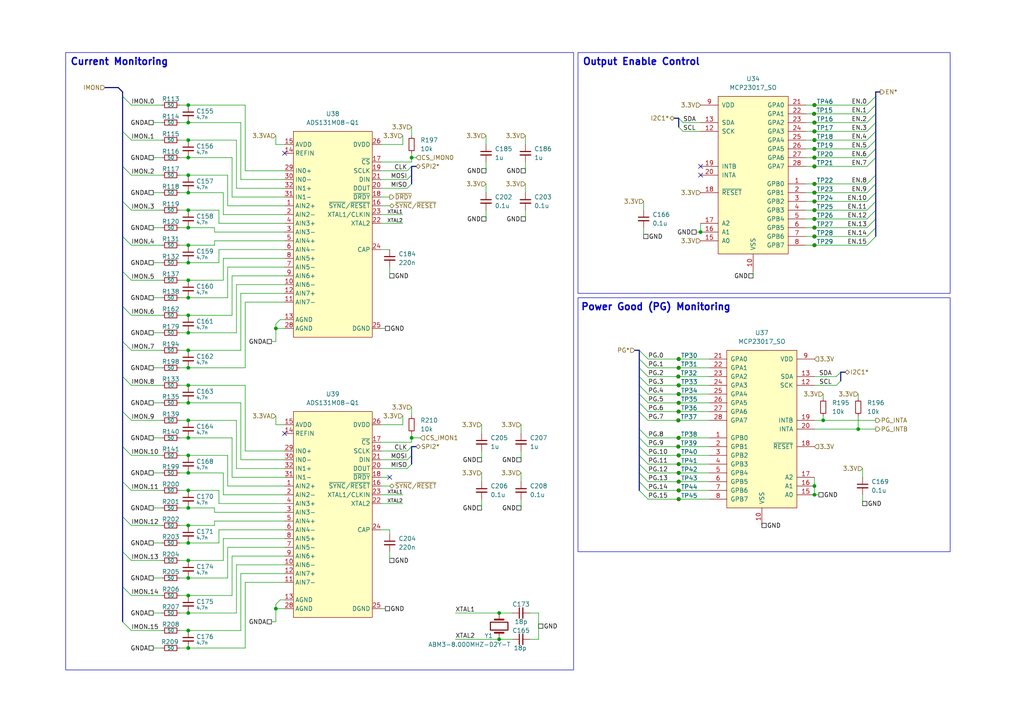
<source format=kicad_sch>
(kicad_sch (version 20250114) (generator "eeschema") (generator_version "9.0")
  (paper "A4")
  (rectangle (start 19.05 15.24) (end 166.37 194.31))
  (rectangle (start 167.64 15.24) (end 275.59 85.09))
  (rectangle (start 167.64 86.36) (end 275.59 160.02))
  (text "Power Good (PG) Monitoring" (at 168.402 89.154 0) (effects (font (size 2 2) (bold yes)) (justify left)))
  (text "Output Enable Control" (at 168.91 18.034 0) (effects (font (size 2 2) (bold yes)) (justify left)))
  (text "Current Monitoring" (at 20.32 18.034 0) (effects (font (size 2 2) (bold yes)) (justify left)))
  (junction (at 54.61 106.68))
  (junction (at 54.61 71.12))
  (junction (at 54.61 127))
  (junction (at 80.01 176.53))
  (junction (at 196.7417 109.22))
  (junction (at 54.61 157.48))
  (junction (at 196.85 104.14))
  (junction (at 196.85 139.7))
  (junction (at 54.61 162.56))
  (junction (at 54.61 177.8))
  (junction (at 203.2 67.31))
  (junction (at 196.85 114.3))
  (junction (at 236.22 55.88))
  (junction (at 54.61 121.92))
  (junction (at 54.61 116.84))
  (junction (at 236.22 140.97))
  (junction (at 196.85 134.62))
  (junction (at 54.61 66.04))
  (junction (at 236.22 45.72))
  (junction (at 54.61 111.76))
  (junction (at 54.61 76.2))
  (junction (at 54.61 55.88))
  (junction (at 236.22 66.04))
  (junction (at 236.22 35.56))
  (junction (at 54.61 45.72))
  (junction (at 196.85 111.76))
  (junction (at 248.92 124.46))
  (junction (at 196.7417 121.92))
  (junction (at 54.61 60.96))
  (junction (at 196.85 144.78))
  (junction (at 196.85 106.68))
  (junction (at 144.78 177.8))
  (junction (at 80.01 95.25))
  (junction (at 236.22 30.48))
  (junction (at 54.61 187.96))
  (junction (at 119.38 127))
  (junction (at 54.61 91.44))
  (junction (at 236.1179 33.02))
  (junction (at 54.61 142.24))
  (junction (at 54.61 96.52))
  (junction (at 119.38 45.72))
  (junction (at 54.61 30.48))
  (junction (at 54.61 81.28))
  (junction (at 236.22 58.42))
  (junction (at 236.22 48.26))
  (junction (at 54.61 50.8))
  (junction (at 54.61 35.56))
  (junction (at 236.22 40.64))
  (junction (at 196.8228 127))
  (junction (at 236.22 71.12))
  (junction (at 236.22 68.58))
  (junction (at 236.22 63.5))
  (junction (at 238.76 121.92))
  (junction (at 54.61 132.08))
  (junction (at 196.85 116.84))
  (junction (at 54.61 86.36))
  (junction (at 54.61 137.16))
  (junction (at 196.85 132.08))
  (junction (at 196.8228 119.38))
  (junction (at 54.61 172.72))
  (junction (at 236.22 143.51))
  (junction (at 236.22 60.96))
  (junction (at 196.85 137.16))
  (junction (at 236.22 38.1))
  (junction (at 54.61 152.4))
  (junction (at 144.78 185.42))
  (junction (at 54.61 40.64))
  (junction (at 196.7417 129.54))
  (junction (at 54.61 182.88))
  (junction (at 54.61 147.32))
  (junction (at 236.22 53.34))
  (junction (at 54.61 167.64))
  (junction (at 196.85 142.24))
  (junction (at 236.22 43.18))
  (junction (at 54.61 101.6))
  (no_connect (at 113.03 138.43))
  (no_connect (at 82.55 125.73))
  (no_connect (at 203.2 48.26))
  (no_connect (at 82.55 44.45))
  (no_connect (at 203.2 50.8))
  (bus_entry (at 35.56 88.9) (size 2.54 2.54))
  (bus_entry (at 35.56 180.34) (size 2.54 2.54))
  (bus_entry (at 119.38 132.08) (size -1.27 1.27))
  (bus_entry (at 185.42 132.08) (size 2.54 2.54))
  (bus_entry (at 196.85 36.83) (size 1.27 1.27))
  (bus_entry (at 35.56 109.22) (size 2.54 2.54))
  (bus_entry (at 254 40.64) (size -2.54 2.54))
  (bus_entry (at 35.56 170.18) (size 2.54 2.54))
  (bus_entry (at 254 35.56) (size -2.54 2.54))
  (bus_entry (at 119.38 134.62) (size -1.27 1.27))
  (bus_entry (at 35.56 27.94) (size 2.54 2.54))
  (bus_entry (at 35.56 48.26) (size 2.54 2.54))
  (bus_entry (at 35.56 68.58) (size 2.54 2.54))
  (bus_entry (at 185.42 134.62) (size 2.54 2.54))
  (bus_entry (at 254 58.42) (size -2.54 2.54))
  (bus_entry (at 254 45.72) (size -2.54 2.54))
  (bus_entry (at 35.56 119.38) (size 2.54 2.54))
  (bus_entry (at 35.56 160.02) (size 2.54 2.54))
  (bus_entry (at 35.56 58.42) (size 2.54 2.54))
  (bus_entry (at 243.84 107.95) (size -1.27 1.27))
  (bus_entry (at 185.42 119.38) (size 2.54 2.54))
  (bus_entry (at 185.42 129.54) (size 2.54 2.54))
  (bus_entry (at 35.56 149.86) (size 2.54 2.54))
  (bus_entry (at 254 63.5) (size -2.54 2.54))
  (bus_entry (at 185.42 111.76) (size 2.54 2.54))
  (bus_entry (at 254 68.58) (size -2.54 2.54))
  (bus_entry (at 254 53.34) (size -2.54 2.54))
  (bus_entry (at 35.56 78.74) (size 2.54 2.54))
  (bus_entry (at 185.42 106.68) (size 2.54 2.54))
  (bus_entry (at 185.42 142.24) (size 2.54 2.54))
  (bus_entry (at 254 33.02) (size -2.54 2.54))
  (bus_entry (at 119.38 50.8) (size -1.27 1.27))
  (bus_entry (at 254 38.1) (size -2.54 2.54))
  (bus_entry (at 35.56 99.06) (size 2.54 2.54))
  (bus_entry (at 254 55.88) (size -2.54 2.54))
  (bus_entry (at 119.38 53.34) (size -1.27 1.27))
  (bus_entry (at 35.56 139.7) (size 2.54 2.54))
  (bus_entry (at 119.38 129.54) (size -1.27 1.27))
  (bus_entry (at 35.56 38.1) (size 2.54 2.54))
  (bus_entry (at 254 30.48) (size -2.54 2.54))
  (bus_entry (at 185.42 116.84) (size 2.54 2.54))
  (bus_entry (at 35.56 129.54) (size 2.54 2.54))
  (bus_entry (at 185.42 137.16) (size 2.54 2.54))
  (bus_entry (at 196.85 34.29) (size 1.27 1.27))
  (bus_entry (at 185.42 104.14) (size 2.54 2.54))
  (bus_entry (at 119.38 48.26) (size -1.27 1.27))
  (bus_entry (at 254 66.04) (size -2.54 2.54))
  (bus_entry (at 254 27.94) (size -2.54 2.54))
  (bus_entry (at 185.42 139.7) (size 2.54 2.54))
  (bus_entry (at 254 43.18) (size -2.54 2.54))
  (bus_entry (at 185.42 101.6) (size 2.54 2.54))
  (bus_entry (at 185.42 109.22) (size 2.54 2.54))
  (bus_entry (at 254 50.8) (size -2.54 2.54))
  (bus_entry (at 254 60.96) (size -2.54 2.54))
  (bus_entry (at 185.42 124.46) (size 2.54 2.54))
  (bus_entry (at 243.84 110.49) (size -1.27 1.27))
  (bus_entry (at 185.42 127) (size 2.54 2.54))
  (bus_entry (at 185.42 114.3) (size 2.54 2.54))
  (wire (pts (xy 119.38 127) (xy 121.92 127)))
  (bus (pts (xy 185.42 132.08) (xy 185.42 134.62)))
  (wire (pts (xy 68.58 82.55) (xy 82.55 82.55)))
  (bus (pts (xy 254 50.8) (xy 254 45.72)))
  (wire (pts (xy 110.49 135.89) (xy 118.11 135.89)))
  (wire (pts (xy 69.85 101.6) (xy 54.61 101.6)))
  (wire (pts (xy 119.38 125.73) (xy 119.38 127)))
  (wire (pts (xy 38.1 152.4) (xy 46.99 152.4)))
  (bus (pts (xy 185.42 134.62) (xy 185.42 137.16)))
  (wire (pts (xy 38.1 60.96) (xy 46.99 60.96)))
  (wire (pts (xy 52.07 111.76) (xy 54.61 111.76)))
  (wire (pts (xy 78.74 99.06) (xy 80.01 99.06)))
  (wire (pts (xy 52.07 50.8) (xy 54.61 50.8)))
  (wire (pts (xy 187.96 119.38) (xy 196.8228 119.38)))
  (wire (pts (xy 196.85 144.78) (xy 205.74 144.78)))
  (wire (pts (xy 44.45 177.8) (xy 46.99 177.8)))
  (wire (pts (xy 66.04 50.8) (xy 66.04 59.69)))
  (wire (pts (xy 69.85 85.09) (xy 82.55 85.09)))
  (wire (pts (xy 63.5 146.05) (xy 82.55 146.05)))
  (wire (pts (xy 196.85 104.14) (xy 205.74 104.14)))
  (wire (pts (xy 71.12 87.63) (xy 82.55 87.63)))
  (wire (pts (xy 67.31 45.72) (xy 54.61 45.72)))
  (wire (pts (xy 186.69 66.04) (xy 186.69 68.58)))
  (wire (pts (xy 119.38 44.45) (xy 119.38 45.72)))
  (bus (pts (xy 254 43.18) (xy 254 40.64)))
  (wire (pts (xy 54.61 177.8) (xy 52.07 177.8)))
  (wire (pts (xy 71.12 87.63) (xy 71.12 106.68)))
  (wire (pts (xy 110.49 153.67) (xy 113.03 153.67)))
  (wire (pts (xy 62.23 67.31) (xy 82.55 67.31)))
  (wire (pts (xy 218.44 80.01) (xy 218.44 78.74)))
  (wire (pts (xy 116.84 39.37) (xy 116.84 41.91)))
  (wire (pts (xy 54.61 182.88) (xy 52.07 182.88)))
  (wire (pts (xy 110.49 46.99) (xy 119.38 46.99)))
  (wire (pts (xy 44.45 116.84) (xy 46.99 116.84)))
  (wire (pts (xy 151.13 123.19) (xy 151.13 125.73)))
  (wire (pts (xy 236.22 66.04) (xy 251.46 66.04)))
  (wire (pts (xy 52.07 172.72) (xy 54.61 172.72)))
  (wire (pts (xy 66.04 77.47) (xy 82.55 77.47)))
  (wire (pts (xy 236.22 143.51) (xy 237.49 143.51)))
  (wire (pts (xy 67.31 80.01) (xy 82.55 80.01)))
  (wire (pts (xy 68.58 96.52) (xy 54.61 96.52)))
  (wire (pts (xy 250.19 143.51) (xy 250.19 146.05)))
  (wire (pts (xy 144.78 177.8) (xy 148.59 177.8)))
  (bus (pts (xy 254 30.48) (xy 254 27.94)))
  (wire (pts (xy 54.61 60.96) (xy 63.5 60.96)))
  (bus (pts (xy 35.56 88.9) (xy 35.56 99.06)))
  (wire (pts (xy 187.96 132.08) (xy 196.85 132.08)))
  (wire (pts (xy 54.61 187.96) (xy 52.07 187.96)))
  (wire (pts (xy 187.96 127) (xy 196.8228 127)))
  (wire (pts (xy 71.12 49.53) (xy 71.12 30.48)))
  (wire (pts (xy 113.03 77.47) (xy 113.03 80.01)))
  (wire (pts (xy 64.77 55.88) (xy 64.77 62.23)))
  (wire (pts (xy 62.23 152.4) (xy 54.61 152.4)))
  (wire (pts (xy 238.76 114.3) (xy 238.76 115.57)))
  (wire (pts (xy 38.1 111.76) (xy 46.99 111.76)))
  (wire (pts (xy 186.69 58.42) (xy 186.69 60.96)))
  (wire (pts (xy 64.77 162.56) (xy 54.61 162.56)))
  (wire (pts (xy 38.1 91.44) (xy 46.99 91.44)))
  (wire (pts (xy 52.07 116.84) (xy 54.61 116.84)))
  (bus (pts (xy 185.42 101.6) (xy 185.42 104.14)))
  (wire (pts (xy 52.07 167.64) (xy 54.61 167.64)))
  (wire (pts (xy 44.45 147.32) (xy 46.99 147.32)))
  (bus (pts (xy 254 58.42) (xy 254 55.88)))
  (wire (pts (xy 82.55 72.39) (xy 63.5 72.39)))
  (wire (pts (xy 80.01 175.26) (xy 80.01 176.53)))
  (wire (pts (xy 52.07 76.2) (xy 54.61 76.2)))
  (wire (pts (xy 52.07 157.48) (xy 54.61 157.48)))
  (bus (pts (xy 254 53.34) (xy 254 50.8)))
  (wire (pts (xy 196.7417 121.92) (xy 205.74 121.92)))
  (wire (pts (xy 68.58 163.83) (xy 68.58 177.8)))
  (wire (pts (xy 63.5 64.77) (xy 82.55 64.77)))
  (wire (pts (xy 62.23 69.85) (xy 82.55 69.85)))
  (wire (pts (xy 139.7 137.16) (xy 139.7 139.7)))
  (wire (pts (xy 67.31 161.29) (xy 67.31 172.72)))
  (wire (pts (xy 187.96 106.68) (xy 196.85 106.68)))
  (bus (pts (xy 185.42 127) (xy 185.42 129.54)))
  (wire (pts (xy 54.61 66.04) (xy 62.23 66.04)))
  (bus (pts (xy 254 27.94) (xy 254 26.67)))
  (wire (pts (xy 110.49 123.19) (xy 116.84 123.19)))
  (wire (pts (xy 236.22 63.5) (xy 251.46 63.5)))
  (wire (pts (xy 140.97 60.96) (xy 140.97 63.5)))
  (wire (pts (xy 140.97 46.99) (xy 140.97 49.53)))
  (bus (pts (xy 185.42 114.3) (xy 185.42 116.84)))
  (wire (pts (xy 248.92 114.3) (xy 248.92 115.57)))
  (wire (pts (xy 52.07 142.24) (xy 54.61 142.24)))
  (wire (pts (xy 54.61 96.52) (xy 52.07 96.52)))
  (wire (pts (xy 110.49 41.91) (xy 116.84 41.91)))
  (wire (pts (xy 66.04 158.75) (xy 66.04 167.64)))
  (wire (pts (xy 80.01 180.34) (xy 80.01 176.53)))
  (wire (pts (xy 69.85 182.88) (xy 54.61 182.88)))
  (wire (pts (xy 64.77 55.88) (xy 54.61 55.88)))
  (wire (pts (xy 64.77 81.28) (xy 54.61 81.28)))
  (wire (pts (xy 38.1 81.28) (xy 46.99 81.28)))
  (wire (pts (xy 233.68 55.88) (xy 236.22 55.88)))
  (wire (pts (xy 52.07 162.56) (xy 54.61 162.56)))
  (wire (pts (xy 187.96 121.92) (xy 196.7417 121.92)))
  (wire (pts (xy 52.07 55.88) (xy 54.61 55.88)))
  (bus (pts (xy 185.42 111.76) (xy 185.42 114.3)))
  (wire (pts (xy 233.68 35.56) (xy 236.22 35.56)))
  (wire (pts (xy 238.76 121.92) (xy 254 121.92)))
  (wire (pts (xy 68.58 54.61) (xy 68.58 40.64)))
  (wire (pts (xy 80.01 123.19) (xy 82.55 123.19)))
  (wire (pts (xy 250.19 135.89) (xy 250.19 138.43)))
  (wire (pts (xy 71.12 168.91) (xy 71.12 187.96)))
  (wire (pts (xy 54.61 172.72) (xy 67.31 172.72)))
  (wire (pts (xy 139.7 123.19) (xy 139.7 125.73)))
  (bus (pts (xy 184.15 101.6) (xy 185.42 101.6)))
  (bus (pts (xy 254 33.02) (xy 254 30.48)))
  (wire (pts (xy 62.23 147.32) (xy 62.23 148.59)))
  (wire (pts (xy 62.23 151.13) (xy 62.23 152.4)))
  (wire (pts (xy 54.61 142.24) (xy 63.5 142.24)))
  (wire (pts (xy 110.49 57.15) (xy 113.03 57.15)))
  (wire (pts (xy 54.61 187.96) (xy 71.12 187.96)))
  (wire (pts (xy 38.1 101.6) (xy 46.99 101.6)))
  (wire (pts (xy 52.07 132.08) (xy 54.61 132.08)))
  (wire (pts (xy 69.85 166.37) (xy 82.55 166.37)))
  (bus (pts (xy 119.38 134.62) (xy 119.38 132.08)))
  (wire (pts (xy 54.61 101.6) (xy 52.07 101.6)))
  (wire (pts (xy 236.22 109.22) (xy 242.57 109.22)))
  (wire (pts (xy 110.49 133.35) (xy 118.11 133.35)))
  (wire (pts (xy 62.23 148.59) (xy 82.55 148.59)))
  (wire (pts (xy 113.03 154.94) (xy 113.03 153.67)))
  (wire (pts (xy 152.4 60.96) (xy 152.4 63.5)))
  (bus (pts (xy 35.56 27.94) (xy 35.56 38.1)))
  (wire (pts (xy 44.45 106.68) (xy 46.99 106.68)))
  (wire (pts (xy 110.49 140.97) (xy 113.03 140.97)))
  (wire (pts (xy 236.22 111.76) (xy 242.57 111.76)))
  (wire (pts (xy 80.01 41.91) (xy 82.55 41.91)))
  (wire (pts (xy 110.49 95.25) (xy 111.76 95.25)))
  (wire (pts (xy 44.45 127) (xy 46.99 127)))
  (wire (pts (xy 233.68 45.72) (xy 236.22 45.72)))
  (bus (pts (xy 119.38 132.08) (xy 119.38 129.54)))
  (bus (pts (xy 195.58 34.29) (xy 196.85 34.29)))
  (bus (pts (xy 185.42 116.84) (xy 185.42 119.38)))
  (bus (pts (xy 35.56 129.54) (xy 35.56 139.7)))
  (bus (pts (xy 35.56 119.38) (xy 35.56 129.54)))
  (wire (pts (xy 82.55 153.67) (xy 63.5 153.67)))
  (bus (pts (xy 185.42 137.16) (xy 185.42 139.7)))
  (wire (pts (xy 248.92 124.46) (xy 254 124.46)))
  (wire (pts (xy 52.07 66.04) (xy 54.61 66.04)))
  (wire (pts (xy 236.22 58.42) (xy 251.46 58.42)))
  (wire (pts (xy 62.23 151.13) (xy 82.55 151.13)))
  (wire (pts (xy 196.85 137.16) (xy 205.74 137.16)))
  (wire (pts (xy 38.1 182.88) (xy 46.99 182.88)))
  (wire (pts (xy 71.12 106.68) (xy 54.61 106.68)))
  (wire (pts (xy 38.1 162.56) (xy 46.99 162.56)))
  (wire (pts (xy 44.45 96.52) (xy 46.99 96.52)))
  (bus (pts (xy 35.56 149.86) (xy 35.56 160.02)))
  (bus (pts (xy 119.38 53.34) (xy 119.38 50.8)))
  (wire (pts (xy 82.55 130.81) (xy 71.12 130.81)))
  (wire (pts (xy 198.12 38.1) (xy 203.2 38.1)))
  (wire (pts (xy 236.22 38.1) (xy 251.46 38.1)))
  (wire (pts (xy 233.68 30.48) (xy 236.22 30.48)))
  (wire (pts (xy 54.61 111.76) (xy 71.12 111.76)))
  (wire (pts (xy 236.22 30.48) (xy 251.46 30.48)))
  (wire (pts (xy 52.07 71.12) (xy 54.61 71.12)))
  (wire (pts (xy 52.07 91.44) (xy 54.61 91.44)))
  (wire (pts (xy 151.13 144.78) (xy 151.13 147.32)))
  (wire (pts (xy 82.55 135.89) (xy 68.58 135.89)))
  (bus (pts (xy 254 26.67) (xy 255.27 26.67)))
  (wire (pts (xy 64.77 137.16) (xy 64.77 143.51)))
  (wire (pts (xy 152.4 39.37) (xy 152.4 41.91)))
  (wire (pts (xy 110.49 176.53) (xy 111.76 176.53)))
  (wire (pts (xy 82.55 52.07) (xy 69.85 52.07)))
  (wire (pts (xy 52.07 45.72) (xy 54.61 45.72)))
  (wire (pts (xy 236.22 138.43) (xy 236.22 140.97)))
  (bus (pts (xy 119.38 129.54) (xy 120.65 129.54)))
  (wire (pts (xy 151.13 130.81) (xy 151.13 133.35)))
  (wire (pts (xy 236.22 43.18) (xy 251.46 43.18)))
  (wire (pts (xy 63.5 142.24) (xy 63.5 146.05)))
  (wire (pts (xy 68.58 163.83) (xy 82.55 163.83)))
  (wire (pts (xy 66.04 132.08) (xy 54.61 132.08)))
  (wire (pts (xy 44.45 137.16) (xy 46.99 137.16)))
  (wire (pts (xy 233.68 53.34) (xy 236.22 53.34)))
  (wire (pts (xy 80.01 120.65) (xy 80.01 123.19)))
  (wire (pts (xy 82.55 49.53) (xy 71.12 49.53)))
  (wire (pts (xy 38.1 40.64) (xy 46.99 40.64)))
  (wire (pts (xy 66.04 86.36) (xy 54.61 86.36)))
  (wire (pts (xy 196.85 139.7) (xy 205.74 139.7)))
  (wire (pts (xy 52.07 127) (xy 54.61 127)))
  (wire (pts (xy 67.31 80.01) (xy 67.31 91.44)))
  (wire (pts (xy 119.38 127) (xy 119.38 128.27)))
  (wire (pts (xy 151.13 137.16) (xy 151.13 139.7)))
  (wire (pts (xy 236.22 60.96) (xy 251.46 60.96)))
  (wire (pts (xy 153.67 177.8) (xy 156.21 177.8)))
  (wire (pts (xy 233.68 71.12) (xy 236.22 71.12)))
  (wire (pts (xy 82.55 133.35) (xy 69.85 133.35)))
  (bus (pts (xy 185.42 106.68) (xy 185.42 109.22)))
  (bus (pts (xy 35.56 38.1) (xy 35.56 48.26)))
  (bus (pts (xy 254 35.56) (xy 254 33.02)))
  (bus (pts (xy 35.56 99.06) (xy 35.56 109.22)))
  (wire (pts (xy 110.49 64.77) (xy 116.84 64.77)))
  (wire (pts (xy 233.68 43.18) (xy 236.22 43.18)))
  (wire (pts (xy 68.58 82.55) (xy 68.58 96.52)))
  (wire (pts (xy 64.77 137.16) (xy 54.61 137.16)))
  (bus (pts (xy 35.56 160.02) (xy 35.56 170.18)))
  (bus (pts (xy 185.42 109.22) (xy 185.42 111.76)))
  (bus (pts (xy 35.56 26.67) (xy 35.56 27.94)))
  (wire (pts (xy 52.07 60.96) (xy 54.61 60.96)))
  (wire (pts (xy 110.49 52.07) (xy 118.11 52.07)))
  (wire (pts (xy 139.7 144.78) (xy 139.7 147.32)))
  (wire (pts (xy 248.92 120.65) (xy 248.92 124.46)))
  (wire (pts (xy 110.49 72.39) (xy 113.03 72.39)))
  (wire (pts (xy 196.85 106.68) (xy 205.74 106.68)))
  (wire (pts (xy 187.96 114.3) (xy 196.85 114.3)))
  (bus (pts (xy 254 60.96) (xy 254 58.42)))
  (wire (pts (xy 80.01 176.53) (xy 82.55 176.53)))
  (wire (pts (xy 38.1 30.48) (xy 46.99 30.48)))
  (wire (pts (xy 196.85 134.62) (xy 205.74 134.62)))
  (wire (pts (xy 187.96 134.62) (xy 196.85 134.62)))
  (wire (pts (xy 110.49 128.27) (xy 119.38 128.27)))
  (wire (pts (xy 62.23 71.12) (xy 54.61 71.12)))
  (wire (pts (xy 68.58 177.8) (xy 54.61 177.8)))
  (wire (pts (xy 132.08 185.42) (xy 144.78 185.42)))
  (wire (pts (xy 238.76 120.65) (xy 238.76 121.92)))
  (wire (pts (xy 236.1179 33.02) (xy 251.46 33.02)))
  (wire (pts (xy 52.07 35.56) (xy 54.61 35.56)))
  (wire (pts (xy 44.45 86.36) (xy 46.99 86.36)))
  (wire (pts (xy 236.22 124.46) (xy 248.92 124.46)))
  (wire (pts (xy 69.85 85.09) (xy 69.85 101.6)))
  (bus (pts (xy 243.84 107.95) (xy 243.84 110.49)))
  (wire (pts (xy 52.07 121.92) (xy 54.61 121.92)))
  (wire (pts (xy 233.68 68.58) (xy 236.22 68.58)))
  (wire (pts (xy 54.61 30.48) (xy 71.12 30.48)))
  (wire (pts (xy 187.96 144.78) (xy 196.85 144.78)))
  (wire (pts (xy 63.5 60.96) (xy 63.5 64.77)))
  (wire (pts (xy 38.1 142.24) (xy 46.99 142.24)))
  (wire (pts (xy 64.77 156.21) (xy 64.77 162.56)))
  (wire (pts (xy 110.49 146.05) (xy 116.84 146.05)))
  (wire (pts (xy 81.28 92.71) (xy 80.01 93.98)))
  (wire (pts (xy 187.96 142.24) (xy 196.85 142.24)))
  (wire (pts (xy 236.22 68.58) (xy 251.46 68.58)))
  (wire (pts (xy 236.22 140.97) (xy 236.22 143.51)))
  (bus (pts (xy 185.42 124.46) (xy 185.42 127)))
  (wire (pts (xy 187.96 137.16) (xy 196.85 137.16)))
  (wire (pts (xy 38.1 121.92) (xy 46.99 121.92)))
  (wire (pts (xy 44.45 187.96) (xy 46.99 187.96)))
  (wire (pts (xy 38.1 50.8) (xy 46.99 50.8)))
  (wire (pts (xy 68.58 135.89) (xy 68.58 121.92)))
  (wire (pts (xy 68.58 121.92) (xy 54.61 121.92)))
  (wire (pts (xy 66.04 59.69) (xy 82.55 59.69)))
  (wire (pts (xy 80.01 95.25) (xy 82.55 95.25)))
  (wire (pts (xy 113.03 160.02) (xy 113.03 162.56)))
  (wire (pts (xy 52.07 137.16) (xy 54.61 137.16)))
  (wire (pts (xy 233.68 48.26) (xy 236.22 48.26)))
  (wire (pts (xy 44.45 55.88) (xy 46.99 55.88)))
  (wire (pts (xy 52.07 30.48) (xy 54.61 30.48)))
  (wire (pts (xy 52.07 81.28) (xy 54.61 81.28)))
  (bus (pts (xy 30.48 25.4) (xy 34.29 25.4)))
  (wire (pts (xy 81.28 173.99) (xy 80.01 175.26)))
  (wire (pts (xy 119.38 36.83) (xy 119.38 39.37)))
  (wire (pts (xy 63.5 157.48) (xy 54.61 157.48)))
  (wire (pts (xy 82.55 54.61) (xy 68.58 54.61)))
  (wire (pts (xy 110.49 130.81) (xy 118.11 130.81)))
  (wire (pts (xy 63.5 153.67) (xy 63.5 157.48)))
  (wire (pts (xy 64.77 156.21) (xy 82.55 156.21)))
  (wire (pts (xy 233.68 33.02) (xy 236.1179 33.02)))
  (wire (pts (xy 140.97 53.34) (xy 140.97 55.88)))
  (wire (pts (xy 196.8228 127) (xy 205.74 127)))
  (wire (pts (xy 68.58 40.64) (xy 54.61 40.64)))
  (wire (pts (xy 236.22 121.92) (xy 238.76 121.92)))
  (wire (pts (xy 187.96 104.14) (xy 196.85 104.14)))
  (wire (pts (xy 187.96 116.84) (xy 196.85 116.84)))
  (wire (pts (xy 187.96 109.22) (xy 196.7417 109.22)))
  (bus (pts (xy 254 66.04) (xy 254 63.5)))
  (wire (pts (xy 66.04 140.97) (xy 82.55 140.97)))
  (wire (pts (xy 44.45 45.72) (xy 46.99 45.72)))
  (wire (pts (xy 152.4 53.34) (xy 152.4 55.88)))
  (bus (pts (xy 254 45.72) (xy 254 43.18)))
  (wire (pts (xy 64.77 74.93) (xy 82.55 74.93)))
  (bus (pts (xy 35.56 139.7) (xy 35.56 149.86)))
  (wire (pts (xy 110.49 54.61) (xy 118.11 54.61)))
  (wire (pts (xy 233.68 66.04) (xy 236.22 66.04)))
  (wire (pts (xy 187.96 129.54) (xy 196.7417 129.54)))
  (bus (pts (xy 185.42 119.38) (xy 185.42 124.46)))
  (wire (pts (xy 198.12 35.56) (xy 203.2 35.56)))
  (wire (pts (xy 187.96 139.7) (xy 196.85 139.7)))
  (wire (pts (xy 203.2 64.77) (xy 203.2 67.31)))
  (wire (pts (xy 236.22 35.56) (xy 251.46 35.56)))
  (wire (pts (xy 66.04 50.8) (xy 54.61 50.8)))
  (wire (pts (xy 196.7417 129.54) (xy 205.74 129.54)))
  (bus (pts (xy 254 40.64) (xy 254 38.1)))
  (wire (pts (xy 44.45 167.64) (xy 46.99 167.64)))
  (wire (pts (xy 67.31 138.43) (xy 82.55 138.43)))
  (wire (pts (xy 196.85 111.76) (xy 205.74 111.76)))
  (wire (pts (xy 64.77 143.51) (xy 82.55 143.51)))
  (wire (pts (xy 236.22 53.34) (xy 251.46 53.34)))
  (wire (pts (xy 54.61 116.84) (xy 69.85 116.84)))
  (wire (pts (xy 119.38 118.11) (xy 119.38 120.65)))
  (wire (pts (xy 144.78 185.42) (xy 148.59 185.42)))
  (bus (pts (xy 119.38 50.8) (xy 119.38 48.26)))
  (wire (pts (xy 67.31 161.29) (xy 82.55 161.29)))
  (wire (pts (xy 110.49 59.69) (xy 113.03 59.69)))
  (bus (pts (xy 34.29 25.4) (xy 35.56 26.67)))
  (wire (pts (xy 196.7417 109.22) (xy 205.74 109.22)))
  (bus (pts (xy 35.56 170.18) (xy 35.56 180.34)))
  (bus (pts (xy 35.56 58.42) (xy 35.56 68.58)))
  (bus (pts (xy 254 55.88) (xy 254 53.34)))
  (wire (pts (xy 187.96 111.76) (xy 196.85 111.76)))
  (bus (pts (xy 185.42 104.14) (xy 185.42 106.68)))
  (wire (pts (xy 110.49 143.51) (xy 116.84 143.51)))
  (wire (pts (xy 78.74 180.34) (xy 80.01 180.34)))
  (wire (pts (xy 80.01 39.37) (xy 80.01 41.91)))
  (bus (pts (xy 196.85 34.29) (xy 196.85 36.83)))
  (wire (pts (xy 196.85 114.3) (xy 205.74 114.3)))
  (wire (pts (xy 71.12 130.81) (xy 71.12 111.76)))
  (wire (pts (xy 119.38 45.72) (xy 119.38 46.99)))
  (wire (pts (xy 119.38 45.72) (xy 120.65 45.72)))
  (wire (pts (xy 82.55 173.99) (xy 81.28 173.99)))
  (wire (pts (xy 66.04 132.08) (xy 66.04 140.97)))
  (wire (pts (xy 71.12 168.91) (xy 82.55 168.91)))
  (wire (pts (xy 196.8228 119.38) (xy 205.74 119.38)))
  (bus (pts (xy 35.56 68.58) (xy 35.56 78.74)))
  (wire (pts (xy 67.31 127) (xy 67.31 138.43)))
  (bus (pts (xy 254 68.58) (xy 254 66.04)))
  (wire (pts (xy 54.61 91.44) (xy 67.31 91.44)))
  (wire (pts (xy 69.85 52.07) (xy 69.85 35.56)))
  (wire (pts (xy 69.85 166.37) (xy 69.85 182.88)))
  (wire (pts (xy 66.04 167.64) (xy 54.61 167.64)))
  (wire (pts (xy 110.49 49.53) (xy 118.11 49.53)))
  (bus (pts (xy 243.84 107.95) (xy 245.11 107.95)))
  (wire (pts (xy 63.5 72.39) (xy 63.5 76.2)))
  (bus (pts (xy 185.42 129.54) (xy 185.42 132.08)))
  (wire (pts (xy 236.22 40.64) (xy 251.46 40.64)))
  (wire (pts (xy 52.07 147.32) (xy 54.61 147.32)))
  (wire (pts (xy 44.45 35.56) (xy 46.99 35.56)))
  (wire (pts (xy 63.5 76.2) (xy 54.61 76.2)))
  (wire (pts (xy 62.23 69.85) (xy 62.23 71.12)))
  (wire (pts (xy 54.61 35.56) (xy 69.85 35.56)))
  (wire (pts (xy 62.23 66.04) (xy 62.23 67.31)))
  (wire (pts (xy 233.68 63.5) (xy 236.22 63.5)))
  (wire (pts (xy 196.85 142.24) (xy 205.74 142.24)))
  (wire (pts (xy 196.85 132.08) (xy 205.74 132.08)))
  (wire (pts (xy 201.93 67.31) (xy 203.2 67.31)))
  (wire (pts (xy 67.31 127) (xy 54.61 127)))
  (bus (pts (xy 185.42 139.7) (xy 185.42 142.24)))
  (wire (pts (xy 38.1 132.08) (xy 46.99 132.08)))
  (wire (pts (xy 80.01 99.06) (xy 80.01 95.25)))
  (wire (pts (xy 140.97 39.37) (xy 140.97 41.91)))
  (wire (pts (xy 196.85 116.84) (xy 205.74 116.84)))
  (wire (pts (xy 80.01 93.98) (xy 80.01 95.25)))
  (bus (pts (xy 35.56 48.26) (xy 35.56 58.42)))
  (wire (pts (xy 236.22 71.12) (xy 251.46 71.12)))
  (wire (pts (xy 44.45 66.04) (xy 46.99 66.04)))
  (wire (pts (xy 110.49 62.23) (xy 116.84 62.23)))
  (wire (pts (xy 132.08 177.8) (xy 144.78 177.8)))
  (wire (pts (xy 38.1 172.72) (xy 46.99 172.72)))
  (wire (pts (xy 38.1 71.12) (xy 46.99 71.12)))
  (wire (pts (xy 66.04 77.47) (xy 66.04 86.36)))
  (wire (pts (xy 233.68 60.96) (xy 236.22 60.96)))
  (wire (pts (xy 54.61 147.32) (xy 62.23 147.32)))
  (wire (pts (xy 44.45 76.2) (xy 46.99 76.2)))
  (wire (pts (xy 67.31 45.72) (xy 67.31 57.15)))
  (bus (pts (xy 119.38 48.26) (xy 120.65 48.26)))
  (wire (pts (xy 66.04 158.75) (xy 82.55 158.75)))
  (wire (pts (xy 152.4 46.99) (xy 152.4 49.53)))
  (wire (pts (xy 54.61 106.68) (xy 52.07 106.68)))
  (wire (pts (xy 156.21 177.8) (xy 156.21 185.42)))
  (wire (pts (xy 233.68 40.64) (xy 236.22 40.64)))
  (wire (pts (xy 52.07 40.64) (xy 54.61 40.64)))
  (wire (pts (xy 153.67 185.42) (xy 156.21 185.42)))
  (bus (pts (xy 35.56 109.22) (xy 35.56 119.38)))
  (wire (pts (xy 52.07 152.4) (xy 54.61 152.4)))
  (bus (pts (xy 35.56 78.74) (xy 35.56 88.9)))
  (wire (pts (xy 236.22 48.26) (xy 251.46 48.26)))
  (wire (pts (xy 44.45 157.48) (xy 46.99 157.48)))
  (wire (pts (xy 52.07 86.36) (xy 54.61 86.36)))
  (bus (pts (xy 254 63.5) (xy 254 60.96)))
  (wire (pts (xy 236.22 55.88) (xy 251.46 55.88)))
  (wire (pts (xy 82.55 92.71) (xy 81.28 92.71)))
  (wire (pts (xy 116.84 120.65) (xy 116.84 123.19)))
  (wire (pts (xy 233.68 58.42) (xy 236.22 58.42)))
  (bus (pts (xy 254 38.1) (xy 254 35.56)))
  (wire (pts (xy 64.77 62.23) (xy 82.55 62.23)))
  (wire (pts (xy 233.68 38.1) (xy 236.22 38.1)))
  (wire (pts (xy 69.85 133.35) (xy 69.85 116.84)))
  (wire (pts (xy 64.77 74.93) (xy 64.77 81.28)))
  (wire (pts (xy 236.22 45.72) (xy 251.46 45.72)))
  (wire (pts (xy 139.7 130.81) (xy 139.7 133.35)))
  (wire (pts (xy 67.31 57.15) (xy 82.55 57.15)))
  (wire (pts (xy 110.49 138.43) (xy 113.03 138.43)))
  (label "PG.2" (at 187.96 109.22 0))
  (label "MOSI" (at 118.11 133.35 180))
  (label "IMON.1" (at 38.1 40.64 0))
  (label "SDA" (at 241.3 109.22 180))
  (label "EN.13" (at 251.46 66.04 180))
  (label "CLK" (at 118.11 130.81 180))
  (label "IMON.10" (at 38.1 132.08 0))
  (label "PG.10" (at 187.96 132.08 0))
  (label "CLK" (at 118.11 49.53 180))
  (label "EN.4" (at 251.46 40.64 180))
  (label "PG.3" (at 187.96 111.76 0))
  (label "EN.2" (at 251.46 35.56 180))
  (label "IMON.5" (at 38.1 81.28 0))
  (label "PG.5" (at 187.96 116.84 0))
  (label "IMON.13" (at 38.1 162.56 0))
  (label "IMON.0" (at 38.1 30.48 0))
  (label "XTAL1" (at 116.84 143.51 180) (effects (font (size 1 1))))
  (label "IMON.14" (at 38.1 172.72 0))
  (label "IMON.6" (at 38.1 91.44 0))
  (label "EN.3" (at 251.46 38.1 180))
  (label "EN.5" (at 251.46 43.18 180))
  (label "EN.12" (at 251.46 63.5 180))
  (label "EN.11" (at 251.46 60.96 180))
  (label "IMON.4" (at 38.1 71.12 0))
  (label "EN.1" (at 251.46 33.02 180))
  (label "MOSI" (at 118.11 52.07 180))
  (label "EN.0" (at 251.46 30.48 180))
  (label "PG.0" (at 187.96 104.14 0))
  (label "PG.4" (at 187.96 114.3 0))
  (label "EN.9" (at 251.46 55.88 180))
  (label "SDA" (at 198.12 35.56 0))
  (label "MISO" (at 118.11 54.61 180))
  (label "PG.14" (at 187.96 142.24 0))
  (label "IMON.12" (at 38.1 152.4 0))
  (label "EN.8" (at 251.46 53.34 180))
  (label "EN.6" (at 251.46 45.72 180))
  (label "EN.7" (at 251.46 48.26 180))
  (label "IMON.7" (at 38.1 101.6 0))
  (label "PG.15" (at 187.96 144.78 0))
  (label "IMON.15" (at 38.1 182.88 0))
  (label "IMON.11" (at 38.1 142.24 0))
  (label "SCL" (at 241.3 111.76 180))
  (label "IMON.2" (at 38.1 50.8 0))
  (label "EN.15" (at 251.46 71.12 180))
  (label "XTAL2" (at 116.84 64.77 180) (effects (font (size 1 1))))
  (label "PG.13" (at 187.96 139.7 0))
  (label "PG.6" (at 187.96 119.38 0))
  (label "PG.8" (at 187.96 127 0))
  (label "IMON.3" (at 38.1 60.96 0))
  (label "MISO" (at 118.11 135.89 180))
  (label "XTAL1" (at 132.08 177.8 0))
  (label "PG.12" (at 187.96 137.16 0))
  (label "PG.1" (at 187.96 106.68 0))
  (label "PG.9" (at 187.96 129.54 0))
  (label "EN.10" (at 251.46 58.42 180))
  (label "SCL" (at 198.12 38.1 0))
  (label "IMON.8" (at 38.1 111.76 0))
  (label "PG.7" (at 187.96 121.92 0))
  (label "XTAL1" (at 116.84 62.23 180) (effects (font (size 1 1))))
  (label "IMON.9" (at 38.1 121.92 0))
  (label "XTAL2" (at 132.08 185.42 0))
  (label "EN.14" (at 251.46 68.58 180))
  (label "XTAL2" (at 116.84 146.05 180) (effects (font (size 1 1))))
  (label "PG.11" (at 187.96 134.62 0))
  (hierarchical_label "3.3V" (shape input) (at 248.92 114.3 180))
  (hierarchical_label "GNDA" (shape passive) (at 44.45 55.88 180))
  (hierarchical_label "PG_INTB" (shape output) (at 254 124.46 0))
  (hierarchical_label "GND" (shape passive) (at 218.44 80.01 180))
  (hierarchical_label "3.3V" (shape input) (at 203.2 30.48 180))
  (hierarchical_label "3.3V" (shape input) (at 140.97 39.37 180))
  (hierarchical_label "3.3V" (shape input) (at 236.22 104.14 0))
  (hierarchical_label "SPI2*" (shape bidirectional) (at 120.65 48.26 0))
  (hierarchical_label "GND" (shape passive) (at 113.03 162.56 0))
  (hierarchical_label "GND" (shape passive) (at 111.76 95.25 0))
  (hierarchical_label "GND" (shape passive) (at 152.4 49.53 180))
  (hierarchical_label "3.3VA" (shape input) (at 80.01 39.37 180))
  (hierarchical_label "3.3V" (shape input) (at 116.84 120.65 180))
  (hierarchical_label "3.3V" (shape input) (at 203.2 69.85 180))
  (hierarchical_label "3.3V" (shape input) (at 151.13 137.16 180))
  (hierarchical_label "GNDA" (shape passive) (at 44.45 45.72 180))
  (hierarchical_label "GNDA" (shape passive) (at 44.45 157.48 180))
  (hierarchical_label "3.3V" (shape input) (at 140.97 53.34 180))
  (hierarchical_label "EN*" (shape output) (at 255.27 26.67 0))
  (hierarchical_label "GND" (shape passive) (at 250.19 146.05 0))
  (hierarchical_label "3.3V" (shape input) (at 250.19 135.89 180))
  (hierarchical_label "GNDA" (shape passive) (at 78.74 180.34 180))
  (hierarchical_label "GND" (shape passive) (at 151.13 133.35 180))
  (hierarchical_label "3.3V" (shape input) (at 151.13 123.19 180))
  (hierarchical_label "GND" (shape passive) (at 201.93 67.31 180))
  (hierarchical_label "GNDA" (shape passive) (at 44.45 96.52 180))
  (hierarchical_label "3.3V" (shape input) (at 203.2 55.88 180))
  (hierarchical_label "IMON" (shape input) (at 30.48 25.4 180))
  (hierarchical_label "GNDA" (shape passive) (at 44.45 187.96 180))
  (hierarchical_label "GNDA" (shape passive) (at 44.45 116.84 180))
  (hierarchical_label "3.3VA" (shape input) (at 80.01 120.65 180))
  (hierarchical_label "3.3V" (shape input) (at 116.84 39.37 180))
  (hierarchical_label "GNDA" (shape passive) (at 44.45 177.8 180))
  (hierarchical_label "GNDA" (shape passive) (at 44.45 76.2 180))
  (hierarchical_label "3.3V" (shape input) (at 152.4 53.34 180))
  (hierarchical_label "GNDA" (shape passive) (at 44.45 106.68 180))
  (hierarchical_label "GND" (shape passive) (at 156.21 181.61 0))
  (hierarchical_label "GNDA" (shape passive) (at 44.45 137.16 180))
  (hierarchical_label "3.3V" (shape input) (at 119.38 118.11 180))
  (hierarchical_label "GND" (shape passive) (at 139.7 147.32 180))
  (hierarchical_label "~{DRDY}" (shape output) (at 113.03 57.15 0))
  (hierarchical_label "GND" (shape passive) (at 140.97 63.5 180))
  (hierarchical_label "GNDA" (shape passive) (at 44.45 86.36 180))
  (hierarchical_label "GND" (shape passive) (at 220.98 152.4 0))
  (hierarchical_label "I2C1*" (shape bidirectional) (at 245.11 107.95 0))
  (hierarchical_label "3.3V" (shape input) (at 119.38 36.83 180))
  (hierarchical_label "GND" (shape passive) (at 151.13 147.32 180))
  (hierarchical_label "3.3V" (shape input) (at 139.7 137.16 180))
  (hierarchical_label "CS_IMON0" (shape input) (at 120.65 45.72 0))
  (hierarchical_label "3.3V" (shape input) (at 236.22 129.54 0))
  (hierarchical_label "~{SYNC}{slash}~{RESET}" (shape bidirectional) (at 113.03 59.69 0))
  (hierarchical_label "GND" (shape passive) (at 111.76 176.53 0))
  (hierarchical_label "SPI2*" (shape bidirectional) (at 120.65 129.54 0))
  (hierarchical_label "I2C1*" (shape bidirectional) (at 195.58 34.29 180))
  (hierarchical_label "GND" (shape passive) (at 113.03 80.01 0))
  (hierarchical_label "GND" (shape passive) (at 186.69 68.58 0))
  (hierarchical_label "GNDA" (shape passive) (at 44.45 127 180))
  (hierarchical_label "PG_INTA" (shape output) (at 254 121.92 0))
  (hierarchical_label "GNDA" (shape passive) (at 44.45 66.04 180))
  (hierarchical_label "GNDA" (shape passive) (at 44.45 147.32 180))
  (hierarchical_label "GNDA" (shape passive) (at 44.45 35.56 180))
  (hierarchical_label "GNDA" (shape passive) (at 78.74 99.06 180))
  (hierarchical_label "GND" (shape passive) (at 152.4 63.5 180))
  (hierarchical_label "CS_IMON1" (shape input) (at 121.92 127 0))
  (hierarchical_label "GND" (shape passive) (at 140.97 49.53 180))
  (hierarchical_label "GND" (shape passive) (at 139.7 133.35 180))
  (hierarchical_label "3.3V" (shape input) (at 186.69 58.42 180))
  (hierarchical_label "GND" (shape passive) (at 237.49 143.51 0))
  (hierarchical_label "3.3V" (shape input) (at 139.7 123.19 180))
  (hierarchical_label "3.3V" (shape input) (at 152.4 39.37 180))
  (hierarchical_label "~{SYNC}{slash}~{RESET}" (shape bidirectional) (at 113.03 140.97 0))
  (hierarchical_label "PG*" (shape input) (at 184.15 101.6 180))
  (hierarchical_label "GNDA" (shape passive) (at 44.45 167.64 180))
  (hierarchical_label "3.3V" (shape input) (at 238.76 114.3 180))
  (symbol (lib_id "Device:C_Small") (at 151.13 185.42 90) (unit 1)
    (property "Reference" "C165" (at 151.13 182.88 90))
    (property "Value" "18p" (at 150.876 187.96 90))
    (property "Footprint" "Capacitor_SMD:C_0603_1608Metric" (effects (hide yes)))
    (property "Description" "Unpolarized capacitor, small symbol" (effects (hide yes)))
  )
  (symbol (lib_id "Device:R_Small") (at 49.53 187.96 90) (unit 1)
    (property "Reference" "R209" (at 49.276 186.182 90))
    (property "Value" "50" (at 49.53 187.96 90) (effects (font (size 1 1))))
    (property "Footprint" "Resistor_SMD:R_0603_1608Metric" (effects (hide yes)))
    (property "Description" "Resistor, small symbol" (effects (hide yes)))
  )
  (symbol (lib_id "Connector:TestPoint_Small") (at 196.8228 119.38 0) (unit 1)
    (property "Reference" "TP36" (at 197.4329 118.364 0) (effects (justify left)))
    (property "Value" "TestPoint_Small" (effects (hide yes)))
    (property "Footprint" "TestPoint:TestPoint_Pad_D1.0mm" (effects (hide yes)))
    (property "Description" "test point" (effects (hide yes)))
  )
  (symbol (lib_id "Device:R_Small") (at 49.53 45.72 90) (unit 1)
    (property "Reference" "R116" (at 49.53 43.942 90))
    (property "Value" "50" (at 49.53 45.72 90) (effects (font (size 1 1))))
    (property "Footprint" "Resistor_SMD:R_0603_1608Metric" (effects (hide yes)))
    (property "Description" "Resistor, small symbol" (effects (hide yes)))
  )
  (symbol (lib_id "Device:C_Small") (at 54.61 154.94 0) (unit 1)
    (property "Reference" "C171" (at 56.896 154.178 0) (effects (justify left)))
    (property "Value" "4.7n" (at 56.896 155.956 0) (effects (font (size 1 1)) (justify left)))
    (property "Footprint" "Capacitor_SMD:C_0603_1608Metric" (effects (hide yes)))
    (property "Description" "Unpolarized capacitor, small symbol" (effects (hide yes)))
  )
  (symbol (lib_id "Connector:TestPoint_Small") (at 196.85 132.08 0) (unit 1)
    (property "Reference" "TP40" (at 197.4601 131.064 0) (effects (justify left)))
    (property "Value" "TestPoint_Small" (effects (hide yes)))
    (property "Footprint" "TestPoint:TestPoint_Pad_D1.0mm" (effects (hide yes)))
    (property "Description" "test point" (effects (hide yes)))
  )
  (symbol (lib_id "Device:C_Small") (at 54.61 93.98 0) (unit 1)
    (property "Reference" "C161" (at 56.896 93.218 0) (effects (justify left)))
    (property "Value" "4.7n" (at 56.896 94.996 0) (effects (font (size 1 1)) (justify left)))
    (property "Footprint" "Capacitor_SMD:C_0603_1608Metric" (effects (hide yes)))
    (property "Description" "Unpolarized capacitor, small symbol" (effects (hide yes)))
  )
  (symbol (lib_id "Device:C_Small") (at 250.19 140.97 0) (unit 1)
    (property "Reference" "C169" (at 252.73 139.7062 0) (effects (justify left)))
    (property "Value" "0.1u" (at 252.73 142.2462 0) (effects (justify left)))
    (property "Footprint" "Capacitor_SMD:C_0603_1608Metric" (effects (hide yes)))
    (property "Description" "Unpolarized capacitor, small symbol" (effects (hide yes)))
  )
  (symbol (lib_id "Device:C_Small") (at 139.7 128.27 0) (unit 1)
    (property "Reference" "C205" (at 142.24 127.0062 0) (effects (justify left)))
    (property "Value" "1u" (at 142.24 129.5462 0) (effects (justify left)))
    (property "Footprint" "Capacitor_SMD:C_0603_1608Metric" (effects (hide yes)))
    (property "Description" "Unpolarized capacitor, small symbol" (effects (hide yes)))
  )
  (symbol (lib_id "Device:R_Small") (at 49.53 177.8 90) (unit 1)
    (property "Reference" "R207" (at 49.53 176.022 90))
    (property "Value" "50" (at 49.53 177.8 90) (effects (font (size 1 1))))
    (property "Footprint" "Resistor_SMD:R_0603_1608Metric" (effects (hide yes)))
    (property "Description" "Resistor, small symbol" (effects (hide yes)))
  )
  (symbol (lib_id "Device:R_Small") (at 49.53 147.32 90) (unit 1)
    (property "Reference" "R201" (at 49.53 145.542 90))
    (property "Value" "50" (at 49.53 147.32 90) (effects (font (size 1 1))))
    (property "Footprint" "Resistor_SMD:R_0603_1608Metric" (effects (hide yes)))
    (property "Description" "Resistor, small symbol" (effects (hide yes)))
  )
  (symbol (lib_id "Device:R_Small") (at 49.53 121.92 90) (unit 1)
    (property "Reference" "R139" (at 49.53 120.142 90))
    (property "Value" "50" (at 49.53 121.92 90) (effects (font (size 1 1))))
    (property "Footprint" "Resistor_SMD:R_0603_1608Metric" (effects (hide yes)))
    (property "Description" "Resistor, small symbol" (effects (hide yes)))
  )
  (symbol (lib_id "PowerDistributionUnitLib:ADS131M08-Q1") (at 96.52 68.58 0) (unit 1)
    (property "Reference" "U38" (at 96.52 33.02 0))
    (property "Value" "ADS131M08-Q1" (at 96.52 35.56 0))
    (property "Footprint" "PowerDistributionUnitLib:QFP50P700X700X120-32N" (effects (hide yes)))
  )
  (symbol (lib_id "Connector:TestPoint_Small") (at 196.85 116.84 0) (unit 1)
    (property "Reference" "TP35" (at 197.4601 115.824 0) (effects (justify left)))
    (property "Value" "TestPoint_Small" (effects (hide yes)))
    (property "Footprint" "TestPoint:TestPoint_Pad_D1.0mm" (effects (hide yes)))
    (property "Description" "test point" (effects (hide yes)))
  )
  (symbol (lib_id "Device:R_Small") (at 49.53 76.2 90) (unit 1)
    (property "Reference" "R132" (at 49.53 74.422 90))
    (property "Value" "50" (at 49.53 76.2 90) (effects (font (size 1 1))))
    (property "Footprint" "Resistor_SMD:R_0603_1608Metric" (effects (hide yes)))
    (property "Description" "Resistor, small symbol" (effects (hide yes)))
  )
  (symbol (lib_id "Connector:TestPoint_Small") (at 196.85 114.3 0) (unit 1)
    (property "Reference" "TP34" (at 197.4601 113.284 0) (effects (justify left)))
    (property "Value" "TestPoint_Small" (effects (hide yes)))
    (property "Footprint" "TestPoint:TestPoint_Pad_D1.0mm" (effects (hide yes)))
    (property "Description" "test point" (effects (hide yes)))
  )
  (symbol (lib_id "Device:C_Small") (at 152.4 44.45 0) (unit 1)
    (property "Reference" "C186" (at 154.94 43.1862 0) (effects (justify left)))
    (property "Value" "1u" (at 154.94 45.7262 0) (effects (justify left)))
    (property "Footprint" "Capacitor_SMD:C_0603_1608Metric" (effects (hide yes)))
    (property "Description" "Unpolarized capacitor, small symbol" (effects (hide yes)))
  )
  (symbol (lib_id "Connector:TestPoint_Small") (at 196.85 137.16 0) (unit 1)
    (property "Reference" "TP42" (at 197.4601 136.144 0) (effects (justify left)))
    (property "Value" "TestPoint_Small" (effects (hide yes)))
    (property "Footprint" "TestPoint:TestPoint_Pad_D1.0mm" (effects (hide yes)))
    (property "Description" "test point" (effects (hide yes)))
  )
  (symbol (lib_id "PowerDistributionUnitLib:ADS131M08-Q1") (at 96.52 149.86 0) (unit 1)
    (property "Reference" "U39" (at 96.52 114.3 0))
    (property "Value" "ADS131M08-Q1" (at 96.52 116.84 0))
    (property "Footprint" "PowerDistributionUnitLib:QFP50P700X700X120-32N" (effects (hide yes)))
  )
  (symbol (lib_id "Device:C_Small") (at 139.7 142.24 0) (unit 1)
    (property "Reference" "C206" (at 142.24 140.9762 0) (effects (justify left)))
    (property "Value" "0.1u" (at 142.24 143.5162 0) (effects (justify left)))
    (property "Footprint" "Capacitor_SMD:C_0805_2012Metric" (effects (hide yes)))
    (property "Description" "Unpolarized capacitor, small symbol" (effects (hide yes)))
  )
  (symbol (lib_id "Device:R_Small") (at 49.53 71.12 90) (unit 1)
    (property "Reference" "R131" (at 49.53 69.342 90))
    (property "Value" "50" (at 49.53 71.12 90) (effects (font (size 1 1))))
    (property "Footprint" "Resistor_SMD:R_0603_1608Metric" (effects (hide yes)))
    (property "Description" "Resistor, small symbol" (effects (hide yes)))
  )
  (symbol (lib_id "Device:C_Small") (at 54.61 114.3 0) (unit 1)
    (property "Reference" "C163" (at 56.896 113.538 0) (effects (justify left)))
    (property "Value" "4.7n" (at 56.896 115.316 0) (effects (font (size 1 1)) (justify left)))
    (property "Footprint" "Capacitor_SMD:C_0603_1608Metric" (effects (hide yes)))
    (property "Description" "Unpolarized capacitor, small symbol" (effects (hide yes)))
  )
  (symbol (lib_id "Device:R_Small") (at 49.53 106.68 90) (unit 1)
    (property "Reference" "R198" (at 49.53 104.902 90))
    (property "Value" "50" (at 49.53 106.68 90) (effects (font (size 1 1))))
    (property "Footprint" "Resistor_SMD:R_0603_1608Metric" (effects (hide yes)))
    (property "Description" "Resistor, small symbol" (effects (hide yes)))
  )
  (symbol (lib_id "PowerDistributionUnitLib:MCP23017_SO") (at 218.44 50.8 0) (unit 1)
    (property "Reference" "U34" (at 218.44 22.86 0))
    (property "Value" "MCP23017_SO" (at 218.44 25.4 0))
    (property "Footprint" "Package_SO:SOIC-28W_7.5x17.9mm_P1.27mm" (effects (hide yes)))
    (property "Datasheet" "${KIPRJMOD}/lib/docs/MCP23017-Data-Sheet-DS20001952-1.pdf" (effects (hide yes)))
    (property "Description" "16-bit I/O expander, I2C, interrupts, w pull-ups, GPA/B7 output only (https://microchip.my.site.com/s/article/GPA7---GPB7-Cannot-Be-Used-as-Inputs-In-MCP23017),  SOIC-28" (effects (hide yes)))
  )
  (symbol (lib_id "Device:R_Small") (at 49.53 137.16 90) (unit 1)
    (property "Reference" "R199" (at 49.53 135.382 90))
    (property "Value" "50" (at 49.53 137.16 90) (effects (font (size 1 1))))
    (property "Footprint" "Resistor_SMD:R_0603_1608Metric" (effects (hide yes)))
    (property "Description" "Resistor, small symbol" (effects (hide yes)))
  )
  (symbol (lib_id "Device:R_Small") (at 49.53 40.64 90) (unit 1)
    (property "Reference" "R115" (at 49.53 38.862 90))
    (property "Value" "50" (at 49.53 40.64 90) (effects (font (size 1 1))))
    (property "Footprint" "Resistor_SMD:R_0603_1608Metric" (effects (hide yes)))
    (property "Description" "Resistor, small symbol" (effects (hide yes)))
  )
  (symbol (lib_id "Device:R_Small") (at 49.53 30.48 90) (unit 1)
    (property "Reference" "R113" (at 49.53 28.702 90))
    (property "Value" "50" (at 49.53 30.48 90) (effects (font (size 1 1))))
    (property "Footprint" "Resistor_SMD:R_0603_1608Metric" (effects (hide yes)))
    (property "Description" "Resistor, small symbol" (effects (hide yes)))
  )
  (symbol (lib_id "Connector:TestPoint_Small") (at 196.85 106.68 0) (unit 1)
    (property "Reference" "TP31" (at 197.4601 105.664 0) (effects (justify left)))
    (property "Value" "TestPoint_Small" (effects (hide yes)))
    (property "Footprint" "TestPoint:TestPoint_Pad_D1.0mm" (effects (hide yes)))
    (property "Description" "test point" (effects (hide yes)))
  )
  (symbol (lib_id "Connector:TestPoint_Small") (at 196.8228 127 0) (unit 1)
    (property "Reference" "TP38" (at 197.4329 125.984 0) (effects (justify left)))
    (property "Value" "TestPoint_Small" (effects (hide yes)))
    (property "Footprint" "TestPoint:TestPoint_Pad_D1.0mm" (effects (hide yes)))
    (property "Description" "test point" (effects (hide yes)))
  )
  (symbol (lib_id "Device:R_Small") (at 49.53 86.36 90) (unit 1)
    (property "Reference" "R138" (at 49.53 84.582 90))
    (property "Value" "50" (at 49.53 86.36 90) (effects (font (size 1 1))))
    (property "Footprint" "Resistor_SMD:R_0603_1608Metric" (effects (hide yes)))
    (property "Description" "Resistor, small symbol" (effects (hide yes)))
  )
  (symbol (lib_id "Device:R_Small") (at 119.38 41.91 0) (unit 1)
    (property "Reference" "R197" (at 121.92 40.6399 0) (effects (justify left)))
    (property "Value" "10k" (at 121.92 43.1799 0) (effects (justify left)))
    (property "Footprint" "Resistor_SMD:R_0603_1608Metric" (effects (hide yes)))
    (property "Description" "Resistor, small symbol" (effects (hide yes)))
  )
  (symbol (lib_id "Device:R_Small") (at 49.53 182.88 90) (unit 1)
    (property "Reference" "R208" (at 49.53 181.102 90))
    (property "Value" "50" (at 49.53 182.88 90) (effects (font (size 1 1))))
    (property "Footprint" "Resistor_SMD:R_0603_1608Metric" (effects (hide yes)))
    (property "Description" "Resistor, small symbol" (effects (hide yes)))
  )
  (symbol (lib_id "Device:R_Small") (at 49.53 152.4 90) (unit 1)
    (property "Reference" "R202" (at 49.53 150.622 90))
    (property "Value" "50" (at 49.53 152.4 90) (effects (font (size 1 1))))
    (property "Footprint" "Resistor_SMD:R_0603_1608Metric" (effects (hide yes)))
    (property "Description" "Resistor, small symbol" (effects (hide yes)))
  )
  (symbol (lib_id "Connector:TestPoint_Small") (at 236.22 60.96 0) (unit 1)
    (property "Reference" "TP25" (at 236.8301 59.944 0) (effects (justify left)))
    (property "Value" "TestPoint_Small" (effects (hide yes)))
    (property "Footprint" "TestPoint:TestPoint_Pad_D1.0mm" (effects (hide yes)))
    (property "Description" "test point" (effects (hide yes)))
  )
  (symbol (lib_id "Connector:TestPoint_Small") (at 196.7417 109.22 0) (unit 1)
    (property "Reference" "TP32" (at 197.3518 108.204 0) (effects (justify left)))
    (property "Value" "TestPoint_Small" (effects (hide yes)))
    (property "Footprint" "TestPoint:TestPoint_Pad_D1.0mm" (effects (hide yes)))
    (property "Description" "test point" (effects (hide yes)))
  )
  (symbol (lib_id "Device:R_Small") (at 49.53 162.56 90) (unit 1)
    (property "Reference" "R204" (at 49.53 160.782 90))
    (property "Value" "50" (at 49.53 162.56 90) (effects (font (size 1 1))))
    (property "Footprint" "Resistor_SMD:R_0603_1608Metric" (effects (hide yes)))
    (property "Description" "Resistor, small symbol" (effects (hide yes)))
  )
  (symbol (lib_id "Device:C_Small") (at 54.61 83.82 0) (unit 1)
    (property "Reference" "C160" (at 56.896 83.058 0) (effects (justify left)))
    (property "Value" "4.7n" (at 56.896 84.836 0) (effects (font (size 1 1)) (justify left)))
    (property "Footprint" "Capacitor_SMD:C_0603_1608Metric" (effects (hide yes)))
    (property "Description" "Unpolarized capacitor, small symbol" (effects (hide yes)))
  )
  (symbol (lib_id "Device:C_Small") (at 113.03 74.93 0) (unit 1)
    (property "Reference" "C184" (at 115.57 73.6662 0) (effects (justify left)))
    (property "Value" "220n" (at 115.57 76.2062 0) (effects (justify left)))
    (property "Footprint" "Capacitor_SMD:C_0603_1608Metric" (effects (hide yes)))
    (property "Description" "Unpolarized capacitor, small symbol" (effects (hide yes)))
  )
  (symbol (lib_id "Device:C_Small") (at 186.69 63.5 0) (unit 1)
    (property "Reference" "C166" (at 189.23 62.2362 0) (effects (justify left)))
    (property "Value" "0.1u" (at 189.23 64.7762 0) (effects (justify left)))
    (property "Footprint" "Capacitor_SMD:C_0603_1608Metric" (effects (hide yes)))
    (property "Description" "Unpolarized capacitor, small symbol" (effects (hide yes)))
  )
  (symbol (lib_id "Device:Crystal") (at 144.78 181.61 90) (unit 1)
    (property "Reference" "Y1" (at 141.732 184.404 90))
    (property "Value" "ABM3-8.000MHZ-D2Y-T" (at 136.144 186.944 90))
    (property "Footprint" "PowerDistributionUnitLib:ABM3" (effects (hide yes)))
    (property "Datasheet" "https://www.mouser.com/datasheet/2/3/abm3-1774854.pdf" (effects (hide yes)))
    (property "Description" "Two pin crystal" (effects (hide yes)))
  )
  (symbol (lib_id "Connector:TestPoint_Small") (at 236.22 48.26 0) (unit 1)
    (property "Reference" "TP21" (at 236.8301 47.244 0) (effects (justify left)))
    (property "Value" "TestPoint_Small" (effects (hide yes)))
    (property "Footprint" "TestPoint:TestPoint_Pad_D1.0mm" (effects (hide yes)))
    (property "Description" "test point" (effects (hide yes)))
  )
  (symbol (lib_id "Connector:TestPoint_Small") (at 196.85 111.76 0) (unit 1)
    (property "Reference" "TP33" (at 197.4601 110.744 0) (effects (justify left)))
    (property "Value" "TestPoint_Small" (effects (hide yes)))
    (property "Footprint" "TestPoint:TestPoint_Pad_D1.0mm" (effects (hide yes)))
    (property "Description" "test point" (effects (hide yes)))
  )
  (symbol (lib_id "Device:C_Small") (at 140.97 44.45 0) (unit 1)
    (property "Reference" "C185" (at 143.51 43.1862 0) (effects (justify left)))
    (property "Value" "1u" (at 143.51 45.7262 0) (effects (justify left)))
    (property "Footprint" "Capacitor_SMD:C_0603_1608Metric" (effects (hide yes)))
    (property "Description" "Unpolarized capacitor, small symbol" (effects (hide yes)))
  )
  (symbol (lib_id "Device:R_Small") (at 49.53 66.04 90) (unit 1)
    (property "Reference" "R120" (at 49.53 64.262 90))
    (property "Value" "50" (at 49.53 66.04 90) (effects (font (size 1 1))))
    (property "Footprint" "Resistor_SMD:R_0603_1608Metric" (effects (hide yes)))
    (property "Description" "Resistor, small symbol" (effects (hide yes)))
  )
  (symbol (lib_id "Device:C_Small") (at 54.61 124.46 0) (unit 1)
    (property "Reference" "C164" (at 56.896 123.698 0) (effects (justify left)))
    (property "Value" "4.7n" (at 56.896 125.476 0) (effects (font (size 1 1)) (justify left)))
    (property "Footprint" "Capacitor_SMD:C_0603_1608Metric" (effects (hide yes)))
    (property "Description" "Unpolarized capacitor, small symbol" (effects (hide yes)))
  )
  (symbol (lib_id "Device:R_Small") (at 49.53 132.08 90) (unit 1)
    (property "Reference" "R141" (at 49.53 130.302 90))
    (property "Value" "50" (at 49.53 132.08 90) (effects (font (size 1 1))))
    (property "Footprint" "Resistor_SMD:R_0603_1608Metric" (effects (hide yes)))
    (property "Description" "Resistor, small symbol" (effects (hide yes)))
  )
  (symbol (lib_id "Device:C_Small") (at 54.61 104.14 0) (unit 1)
    (property "Reference" "C162" (at 56.896 103.378 0) (effects (justify left)))
    (property "Value" "4.7n" (at 56.896 105.156 0) (effects (font (size 1 1)) (justify left)))
    (property "Footprint" "Capacitor_SMD:C_0603_1608Metric" (effects (hide yes)))
    (property "Description" "Unpolarized capacitor, small symbol" (effects (hide yes)))
  )
  (symbol (lib_id "Device:R_Small") (at 49.53 91.44 90) (unit 1)
    (property "Reference" "R162" (at 49.53 89.662 90))
    (property "Value" "50" (at 49.53 91.44 90) (effects (font (size 1 1))))
    (property "Footprint" "Resistor_SMD:R_0603_1608Metric" (effects (hide yes)))
    (property "Description" "Resistor, small symbol" (effects (hide yes)))
  )
  (symbol (lib_id "Device:R_Small") (at 49.53 35.56 90) (unit 1)
    (property "Reference" "R114" (at 49.53 33.782 90))
    (property "Value" "50" (at 49.53 35.56 90) (effects (font (size 1 1))))
    (property "Footprint" "Resistor_SMD:R_0603_1608Metric" (effects (hide yes)))
    (property "Description" "Resistor, small symbol" (effects (hide yes)))
  )
  (symbol (lib_id "Connector:TestPoint_Small") (at 196.85 134.62 0) (unit 1)
    (property "Reference" "TP41" (at 197.4601 133.604 0) (effects (justify left)))
    (property "Value" "TestPoint_Small" (effects (hide yes)))
    (property "Footprint" "TestPoint:TestPoint_Pad_D1.0mm" (effects (hide yes)))
    (property "Description" "test point" (effects (hide yes)))
  )
  (symbol (lib_id "Connector:TestPoint_Small") (at 236.22 45.72 0) (unit 1)
    (property "Reference" "TP20" (at 236.8301 44.704 0) (effects (justify left)))
    (property "Value" "TestPoint_Small" (effects (hide yes)))
    (property "Footprint" "TestPoint:TestPoint_Pad_D1.0mm" (effects (hide yes)))
    (property "Description" "test point" (effects (hide yes)))
  )
  (symbol (lib_id "Device:C_Small") (at 54.61 33.02 0) (unit 1)
    (property "Reference" "C155" (at 56.896 32.258 0) (effects (justify left)))
    (property "Value" "4.7n" (at 56.896 34.036 0) (effects (font (size 1 1)) (justify left)))
    (property "Footprint" "Capacitor_SMD:C_0603_1608Metric" (effects (hide yes)))
    (property "Description" "Unpolarized capacitor, small symbol" (effects (hide yes)))
  )
  (symbol (lib_id "Device:R_Small") (at 49.53 167.64 90) (unit 1)
    (property "Reference" "R205" (at 49.53 165.862 90))
    (property "Value" "50" (at 49.53 167.64 90) (effects (font (size 1 1))))
    (property "Footprint" "Resistor_SMD:R_0603_1608Metric" (effects (hide yes)))
    (property "Description" "Resistor, small symbol" (effects (hide yes)))
  )
  (symbol (lib_id "Device:C_Small") (at 54.61 175.26 0) (unit 1)
    (property "Reference" "C175" (at 56.896 174.498 0) (effects (justify left)))
    (property "Value" "4.7n" (at 56.896 176.276 0) (effects (font (size 1 1)) (justify left)))
    (property "Footprint" "Capacitor_SMD:C_0603_1608Metric" (effects (hide yes)))
    (property "Description" "Unpolarized capacitor, small symbol" (effects (hide yes)))
  )
  (symbol (lib_id "Device:C_Small") (at 151.13 177.8 90) (unit 1)
    (property "Reference" "C173" (at 151.13 175.26 90))
    (property "Value" "18p" (at 151.13 180.34 90))
    (property "Footprint" "Capacitor_SMD:C_0603_1608Metric" (effects (hide yes)))
    (property "Description" "Unpolarized capacitor, small symbol" (effects (hide yes)))
  )
  (symbol (lib_id "Connector:TestPoint_Small") (at 236.22 53.34 0) (unit 1)
    (property "Reference" "TP22" (at 236.8301 52.324 0) (effects (justify left)))
    (property "Value" "TestPoint_Small" (effects (hide yes)))
    (property "Footprint" "TestPoint:TestPoint_Pad_D1.0mm" (effects (hide yes)))
    (property "Description" "test point" (effects (hide yes)))
  )
  (symbol (lib_id "Device:C_Small") (at 151.13 128.27 0) (unit 1)
    (property "Reference" "C207" (at 153.67 127.0062 0) (effects (justify left)))
    (property "Value" "1u" (at 153.67 129.5462 0) (effects (justify left)))
    (property "Footprint" "Capacitor_SMD:C_0603_1608Metric" (effects (hide yes)))
    (property "Description" "Unpolarized capacitor, small symbol" (effects (hide yes)))
  )
  (symbol (lib_id "Connector:TestPoint_Small") (at 236.22 66.04 0) (unit 1)
    (property "Reference" "TP27" (at 236.8301 65.024 0) (effects (justify left)))
    (property "Value" "TestPoint_Small" (effects (hide yes)))
    (property "Footprint" "TestPoint:TestPoint_Pad_D1.0mm" (effects (hide yes)))
    (property "Description" "test point" (effects (hide yes)))
  )
  (symbol (lib_id "Connector:TestPoint_Small") (at 196.85 139.7 0) (unit 1)
    (property "Reference" "TP43" (at 197.4601 138.684 0) (effects (justify left)))
    (property "Value" "TestPoint_Small" (effects (hide yes)))
    (property "Footprint" "TestPoint:TestPoint_Pad_D1.0mm" (effects (hide yes)))
    (property "Description" "test point" (effects (hide yes)))
  )
  (symbol (lib_id "Device:C_Small") (at 54.61 134.62 0) (unit 1)
    (property "Reference" "C168" (at 56.896 133.858 0) (effects (justify left)))
    (property "Value" "4.7n" (at 56.896 135.636 0) (effects (font (size 1 1)) (justify left)))
    (property "Footprint" "Capacitor_SMD:C_0603_1608Metric" (effects (hide yes)))
    (property "Description" "Unpolarized capacitor, small symbol" (effects (hide yes)))
  )
  (symbol (lib_id "Connector:TestPoint_Small") (at 236.22 43.18 0) (unit 1)
    (property "Reference" "TP19" (at 236.8301 42.164 0) (effects (justify left)))
    (property "Value" "TestPoint_Small" (effects (hide yes)))
    (property "Footprint" "TestPoint:TestPoint_Pad_D1.0mm" (effects (hide yes)))
    (property "Description" "test point" (effects (hide yes)))
  )
  (symbol (lib_id "Connector:TestPoint_Small") (at 196.85 144.78 0) (unit 1)
    (property "Reference" "TP45" (at 197.4601 143.764 0) (effects (justify left)))
    (property "Value" "TestPoint_Small" (effects (hide yes)))
    (property "Footprint" "TestPoint:TestPoint_Pad_D1.0mm" (effects (hide yes)))
    (property "Description" "test point" (effects (hide yes)))
  )
  (symbol (lib_id "Device:C_Small") (at 152.4 58.42 0) (unit 1)
    (property "Reference" "C203" (at 154.94 57.1562 0) (effects (justify left)))
    (property "Value" "0.1u" (at 154.94 59.6962 0) (effects (justify left)))
    (property "Footprint" "Capacitor_SMD:C_0805_2012Metric" (effects (hide yes)))
    (property "Description" "Unpolarized capacitor, small symbol" (effects (hide yes)))
  )
  (symbol (lib_id "Connector:TestPoint_Small") (at 196.85 104.14 0) (unit 1)
    (property "Reference" "TP30" (at 197.4601 103.124 0) (effects (justify left)))
    (property "Value" "TestPoint_Small" (effects (hide yes)))
    (property "Footprint" "TestPoint:TestPoint_Pad_D1.0mm" (effects (hide yes)))
    (property "Description" "test point" (effects (hide yes)))
  )
  (symbol (lib_id "Device:C_Small") (at 54.61 43.18 0) (unit 1)
    (property "Reference" "C156" (at 56.896 42.418 0) (effects (justify left)))
    (property "Value" "4.7n" (at 56.896 44.196 0) (effects (font (size 1 1)) (justify left)))
    (property "Footprint" "Capacitor_SMD:C_0603_1608Metric" (effects (hide yes)))
    (property "Description" "Unpolarized capacitor, small symbol" (effects (hide yes)))
  )
  (symbol (lib_id "Device:C_Small") (at 54.61 185.42 0) (unit 1)
    (property "Reference" "C176" (at 56.896 184.658 0) (effects (justify left)))
    (property "Value" "4.7n" (at 56.896 186.436 0) (effects (font (size 1 1)) (justify left)))
    (property "Footprint" "Capacitor_SMD:C_0603_1608Metric" (effects (hide yes)))
    (property "Description" "Unpolarized capacitor, small symbol" (effects (hide yes)))
  )
  (symbol (lib_id "Connector:TestPoint_Small") (at 236.22 71.12 0) (unit 1)
    (property "Reference" "TP29" (at 236.8301 70.104 0) (effects (justify left)))
    (property "Value" "TestPoint_Small" (effects (hide yes)))
    (property "Footprint" "TestPoint:TestPoint_Pad_D1.0mm" (effects (hide yes)))
    (property "Description" "test point" (effects (hide yes)))
  )
  (symbol (lib_id "Device:R_Small") (at 49.53 50.8 90) (unit 1)
    (property "Reference" "R117" (at 49.53 49.022 90))
    (property "Value" "50" (at 49.53 50.8 90) (effects (font (size 1 1))))
    (property "Footprint" "Resistor_SMD:R_0603_1608Metric" (effects (hide yes)))
    (property "Description" "Resistor, small symbol" (effects (hide yes)))
  )
  (symbol (lib_id "Connector:TestPoint_Small") (at 236.22 63.5 0) (unit 1)
    (property "Reference" "TP26" (at 236.8301 62.484 0) (effects (justify left)))
    (property "Value" "TestPoint_Small" (effects (hide yes)))
    (property "Footprint" "TestPoint:TestPoint_Pad_D1.0mm" (effects (hide yes)))
    (property "Description" "test point" (effects (hide yes)))
  )
  (symbol (lib_id "Device:R_Small") (at 49.53 116.84 90) (unit 1)
    (property "Reference" "R135" (at 49.53 115.062 90))
    (property "Value" "50" (at 49.53 116.84 90) (effects (font (size 1 1))))
    (property "Footprint" "Resistor_SMD:R_0603_1608Metric" (effects (hide yes)))
    (property "Description" "Resistor, small symbol" (effects (hide yes)))
  )
  (symbol (lib_id "Device:C_Small") (at 151.13 142.24 0) (unit 1)
    (property "Reference" "C208" (at 153.67 140.9762 0) (effects (justify left)))
    (property "Value" "0.1u" (at 153.67 143.5162 0) (effects (justify left)))
    (property "Footprint" "Capacitor_SMD:C_0805_2012Metric" (effects (hide yes)))
    (property "Description" "Unpolarized capacitor, small symbol" (effects (hide yes)))
  )
  (symbol (lib_id "Connector:TestPoint_Small") (at 236.22 30.48 0) (unit 1)
    (property "Reference" "TP46" (at 236.8301 29.464 0) (effects (justify left)))
    (property "Value" "TestPoint_Small" (effects (hide yes)))
    (property "Footprint" "TestPoint:TestPoint_Pad_D1.0mm" (effects (hide yes)))
    (property "Description" "test point" (effects (hide yes)))
  )
  (symbol (lib_id "Device:R_Small") (at 49.53 142.24 90) (unit 1)
    (property "Reference" "R200" (at 49.53 140.462 90))
    (property "Value" "50" (at 49.53 142.24 90) (effects (font (size 1 1))))
    (property "Footprint" "Resistor_SMD:R_0603_1608Metric" (effects (hide yes)))
    (property "Description" "Resistor, small symbol" (effects (hide yes)))
  )
  (symbol (lib_id "Device:R_Small") (at 49.53 101.6 90) (unit 1)
    (property "Reference" "R194" (at 49.53 99.822 90))
    (property "Value" "50" (at 49.53 101.6 90) (effects (font (size 1 1))))
    (property "Footprint" "Resistor_SMD:R_0603_1608Metric" (effects (hide yes)))
    (property "Description" "Resistor, small symbol" (effects (hide yes)))
  )
  (symbol (lib_id "Connector:TestPoint_Small") (at 236.22 40.64 0) (unit 1)
    (property "Reference" "TP18" (at 236.8301 39.624 0) (effects (justify left)))
    (property "Value" "TestPoint_Small" (effects (hide yes)))
    (property "Footprint" "TestPoint:TestPoint_Pad_D1.0mm" (effects (hide yes)))
    (property "Description" "test point" (effects (hide yes)))
  )
  (symbol (lib_id "Connector:TestPoint_Small") (at 236.22 68.58 0) (unit 1)
    (property "Reference" "TP28" (at 236.8301 67.564 0) (effects (justify left)))
    (property "Value" "TestPoint_Small" (effects (hide yes)))
    (property "Footprint" "TestPoint:TestPoint_Pad_D1.0mm" (effects (hide yes)))
    (property "Description" "test point" (effects (hide yes)))
  )
  (symbol (lib_id "Device:R_Small") (at 49.53 55.88 90) (unit 1)
    (property "Reference" "R118" (at 49.53 54.102 90))
    (property "Value" "50" (at 49.53 55.88 90) (effects (font (size 1 1))))
    (property "Footprint" "Resistor_SMD:R_0603_1608Metric" (effects (hide yes)))
    (property "Description" "Resistor, small symbol" (effects (hide yes)))
  )
  (symbol (lib_id "Device:R_Small") (at 49.53 172.72 90) (unit 1)
    (property "Reference" "R206" (at 49.53 170.942 90))
    (property "Value" "50" (at 49.53 172.72 90) (effects (font (size 1 1))))
    (property "Footprint" "Resistor_SMD:R_0603_1608Metric" (effects (hide yes)))
    (property "Description" "Resistor, small symbol" (effects (hide yes)))
  )
  (symbol (lib_id "Device:R_Small") (at 119.38 123.19 0) (unit 1)
    (property "Reference" "R210" (at 121.92 121.9199 0) (effects (justify left)))
    (property "Value" "10k" (at 121.92 124.4599 0) (effects (justify left)))
    (property "Footprint" "Resistor_SMD:R_0603_1608Metric" (effects (hide yes)))
    (property "Description" "Resistor, small symbol" (effects (hide yes)))
  )
  (symbol (lib_id "Connector:TestPoint_Small") (at 236.22 55.88 0) (unit 1)
    (property "Reference" "TP23" (at 236.8301 54.864 0) (effects (justify left)))
    (property "Value" "TestPoint_Small" (effects (hide yes)))
    (property "Footprint" "TestPoint:TestPoint_Pad_D1.0mm" (effects (hide yes)))
    (property "Description" "test point" (effects (hide yes)))
  )
  (symbol (lib_id "Connector:TestPoint_Small") (at 236.22 35.56 0) (unit 1)
    (property "Reference" "TP16" (at 236.8301 34.544 0) (effects (justify left)))
    (property "Value" "TestPoint_Small" (effects (hide yes)))
    (property "Footprint" "TestPoint:TestPoint_Pad_D1.0mm" (effects (hide yes)))
    (property "Description" "test point" (effects (hide yes)))
  )
  (symbol (lib_id "Connector:TestPoint_Small") (at 236.22 58.42 0) (unit 1)
    (property "Reference" "TP24" (at 236.8301 57.404 0) (effects (justify left)))
    (property "Value" "TestPoint_Small" (effects (hide yes)))
    (property "Footprint" "TestPoint:TestPoint_Pad_D1.0mm" (effects (hide yes)))
    (property "Description" "test point" (effects (hide yes)))
  )
  (symbol (lib_id "Connector:TestPoint_Small") (at 196.85 142.24 0) (unit 1)
    (property "Reference" "TP44" (at 197.4601 141.224 0) (effects (justify left)))
    (property "Value" "TestPoint_Small" (effects (hide yes)))
    (property "Footprint" "TestPoint:TestPoint_Pad_D1.0mm" (effects (hide yes)))
    (property "Description" "test point" (effects (hide yes)))
  )
  (symbol (lib_id "Device:C_Small") (at 113.03 157.48 0) (unit 1)
    (property "Reference" "C204" (at 115.57 156.2162 0) (effects (justify left)))
    (property "Value" "220n" (at 115.57 158.7562 0) (effects (justify left)))
    (property "Footprint" "Capacitor_SMD:C_0603_1608Metric" (effects (hide yes)))
    (property "Description" "Unpolarized capacitor, small symbol" (effects (hide yes)))
  )
  (symbol (lib_id "Connector:TestPoint_Small") (at 196.7417 129.54 0) (unit 1)
    (property "Reference" "TP39" (at 197.3518 128.524 0) (effects (justify left)))
    (property "Value" "TestPoint_Small" (effects (hide yes)))
    (property "Footprint" "TestPoint:TestPoint_Pad_D1.0mm" (effects (hide yes)))
    (property "Description" "test point" (effects (hide yes)))
  )
  (symbol (lib_id "PowerDistributionUnitLib:MCP23017_SO") (at 220.98 124.46 0) (mirror y) (unit 1)
    (property "Reference" "U37" (at 220.98 96.52 0))
    (property "Value" "MCP23017_SO" (at 220.98 99.06 0))
    (property "Footprint" "Package_SO:SOIC-28W_7.5x17.9mm_P1.27mm" (effects (hide yes)))
    (property "Datasheet" "${KIPRJMOD}/lib/docs/MCP23017-Data-Sheet-DS20001952-1.pdf" (effects (hide yes)))
    (property "Description" "16-bit I/O expander, I2C, interrupts, w pull-ups, GPA/B7 output only (https://microchip.my.site.com/s/article/GPA7---GPB7-Cannot-Be-Used-as-Inputs-In-MCP23017),  SOIC-28" (effects (hide yes)))
  )
  (symbol (lib_id "Device:C_Small") (at 54.61 53.34 0) (unit 1)
    (property "Reference" "C157" (at 56.896 52.578 0) (effects (justify left)))
    (property "Value" "4.7n" (at 56.896 54.356 0) (effects (font (size 1 1)) (justify left)))
    (property "Footprint" "Capacitor_SMD:C_0603_1608Metric" (effects (hide yes)))
    (property "Description" "Unpolarized capacitor, small symbol" (effects (hide yes)))
  )
  (symbol (lib_id "Device:R_Small") (at 49.53 157.48 90) (unit 1)
    (property "Reference" "R203" (at 49.53 155.702 90))
    (property "Value" "50" (at 49.53 157.48 90) (effects (font (size 1 1))))
    (property "Footprint" "Resistor_SMD:R_0603_1608Metric" (effects (hide yes)))
    (property "Description" "Resistor, small symbol" (effects (hide yes)))
  )
  (symbol (lib_id "Device:R_Small") (at 49.53 81.28 90) (unit 1)
    (property "Reference" "R137" (at 49.53 79.502 90))
    (property "Value" "50" (at 49.53 81.28 90) (effects (font (size 1 1))))
    (property "Footprint" "Resistor_SMD:R_0603_1608Metric" (effects (hide yes)))
    (property "Description" "Resistor, small symbol" (effects (hide yes)))
  )
  (symbol (lib_id "Device:R_Small") (at 49.53 127 90) (unit 1)
    (property "Reference" "R140" (at 49.53 125.222 90))
    (property "Value" "50" (at 49.53 127 90) (effects (font (size 1 1))))
    (property "Footprint" "Resistor_SMD:R_0603_1608Metric" (effects (hide yes)))
    (property "Description" "Resistor, small symbol" (effects (hide yes)))
  )
  (symbol (lib_id "Connector:TestPoint_Small") (at 196.7417 121.92 0) (unit 1)
    (property "Reference" "TP37" (at 197.3518 120.904 0) (effects (justify left)))
    (property "Value" "TestPoint_Small" (effects (hide yes)))
    (property "Footprint" "TestPoint:TestPoint_Pad_D1.0mm" (effects (hide yes)))
    (property "Description" "test point" (effects (hide yes)))
  )
  (symbol (lib_id "Device:C_Small") (at 54.61 144.78 0) (unit 1)
    (property "Reference" "C170" (at 56.896 144.018 0) (effects (justify left)))
    (property "Value" "4.7n" (at 56.896 145.796 0) (effects (font (size 1 1)) (justify left)))
    (property "Footprint" "Capacitor_SMD:C_0603_1608Metric" (effects (hide yes)))
    (property "Description" "Unpolarized capacitor, small symbol" (effects (hide yes)))
  )
  (symbol (lib_id "Device:R_Small") (at 49.53 60.96 90) (unit 1)
    (property "Reference" "R119" (at 49.53 59.182 90))
    (property "Value" "50" (at 49.53 60.96 90) (effects (font (size 1 1))))
    (property "Footprint" "Resistor_SMD:R_0603_1608Metric" (effects (hide yes)))
    (property "Description" "Resistor, small symbol" (effects (hide yes)))
  )
  (symbol (lib_id "Device:C_Small") (at 140.97 58.42 0) (unit 1)
    (property "Reference" "C202" (at 143.51 57.1562 0) (effects (justify left)))
    (property "Value" "0.1u" (at 143.51 59.6962 0) (effects (justify left)))
    (property "Footprint" "Capacitor_SMD:C_0805_2012Metric" (effects (hide yes)))
    (property "Description" "Unpolarized capacitor, small symbol" (effects (hide yes)))
  )
  (symbol (lib_id "Device:R_Small") (at 238.76 118.11 0) (unit 1)
    (property "Reference" "R195" (at 241.3 116.8399 0) (effects (justify left)))
    (property "Value" "10k" (at 241.3 119.3799 0) (effects (justify left)))
    (property "Footprint" "Resistor_SMD:R_0603_1608Metric" (effects (hide yes)))
    (property "Description" "Resistor, small symbol" (effects (hide yes)))
  )
  (symbol (lib_id "Device:R_Small") (at 248.92 118.11 0) (unit 1)
    (property "Reference" "R196" (at 251.46 116.8399 0) (effects (justify left)))
    (property "Value" "10k" (at 251.46 119.3799 0) (effects (justify left)))
    (property "Footprint" "Resistor_SMD:R_0603_1608Metric" (effects (hide yes)))
    (property "Description" "Resistor, small symbol" (effects (hide yes)))
  )
  (symbol (lib_id "Device:R_Small") (at 49.53 96.52 90) (unit 1)
    (property "Reference" "R179" (at 49.53 94.742 90))
    (property "Value" "50" (at 49.53 96.52 90) (effects (font (size 1 1))))
    (property "Footprint" "Resistor_SMD:R_0603_1608Metric" (effects (hide yes)))
    (property "Description" "Resistor, small symbol" (effects (hide yes)))
  )
  (symbol (lib_id "Device:C_Small") (at 54.61 63.5 0) (unit 1)
    (property "Reference" "C158" (at 56.896 62.738 0) (effects (justify left)))
    (property "Value" "4.7n" (at 56.896 64.516 0) (effects (font (size 1 1)) (justify left)))
    (property "Footprint" "Capacitor_SMD:C_0603_1608Metric" (effects (hide yes)))
    (property "Description" "Unpolarized capacitor, small symbol" (effects (hide yes)))
  )
  (symbol (lib_id "Connector:TestPoint_Small") (at 236.1179 33.02 0) (unit 1)
    (property "Reference" "TP15" (at 236.728 32.004 0) (effects (justify left)))
    (property "Value" "TestPoint_Small" (effects (hide yes)))
    (property "Footprint" "TestPoint:TestPoint_Pad_D1.0mm" (effects (hide yes)))
    (property "Description" "test point" (effects (hide yes)))
  )
  (symbol (lib_id "Device:C_Small") (at 54.61 165.1 0) (unit 1)
    (property "Reference" "C174" (at 56.896 164.338 0) (effects (justify left)))
    (property "Value" "4.7n" (at 56.896 166.116 0) (effects (font (size 1 1)) (justify left)))
    (property "Footprint" "Capacitor_SMD:C_0603_1608Metric" (effects (hide yes)))
    (property "Description" "Unpolarized capacitor, small symbol" (effects (hide yes)))
  )
  (symbol (lib_id "Connector:TestPoint_Small") (at 236.22 38.1 0) (unit 1)
    (property "Reference" "TP17" (at 236.8301 37.084 0) (effects (justify left)))
    (property "Value" "TestPoint_Small" (effects (hide yes)))
    (property "Footprint" "TestPoint:TestPoint_Pad_D1.0mm" (effects (hide yes)))
    (property "Description" "test point" (effects (hide yes)))
  )
  (symbol (lib_id "Device:C_Small") (at 54.61 73.66 0) (unit 1)
    (property "Reference" "C159" (at 56.896 72.898 0) (effects (justify left)))
    (property "Value" "4.7n" (at 56.896 74.676 0) (effects (font (size 1 1)) (justify left)))
    (property "Footprint" "Capacitor_SMD:C_0603_1608Metric" (effects (hide yes)))
    (property "Description" "Unpolarized capacitor, small symbol" (effects (hide yes)))
  )
  (symbol (lib_id "Device:R_Small") (at 49.53 111.76 90) (unit 1)
    (property "Reference" "R133" (at 49.53 109.982 90))
    (property "Value" "50" (at 49.53 111.76 90) (effects (font (size 1 1))))
    (property "Footprint" "Resistor_SMD:R_0603_1608Metric" (effects (hide yes)))
    (property "Description" "Resistor, small symbol" (effects (hide yes)))
  )
)
</source>
